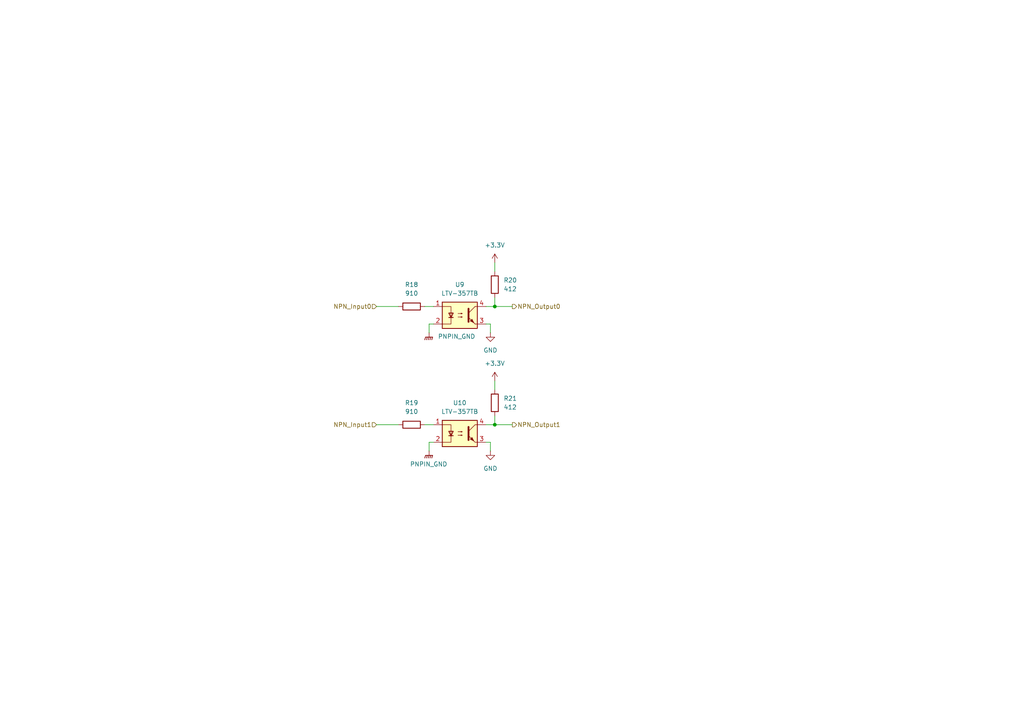
<source format=kicad_sch>
(kicad_sch (version 20250114) (generator "eeschema") (generator_version "9.0")
  (paper "A4")
  (lib_symbols
    (symbol "Device:R" (pin_numbers (hide yes)) (pin_names (offset 0))
      (property "Reference" "R" (at 2.032 0 90))
      (property "Value" "R" (at 0 0 90))
      (symbol "R_0_1"
        (rectangle (start -1.016 -2.54) (end 1.016 2.54) (stroke (width 0.254)))
      )
      (symbol "R_1_1"
        (pin passive line (at 0 3.81 270) (length 1.27) (name "~") (number "1"))
        (pin passive line (at 0 -3.81 90) (length 1.27) (name "~") (number "2"))
      )
    )
    (symbol "Isolator:LTV-357T" (pin_names (offset 1.016))
      (property "Reference" "U" (at -5.334 4.826 0))
      (property "Value" "LTV-357T" (at 0 5.08 0))
      (symbol "LTV-357T_0_1"
        (rectangle (start -5.08 3.81) (end 5.08 -3.81) (stroke (width 0.254)) (fill (type background)))
        (polyline (pts (xy -5.08 2.54) (xy -2.54 2.54) (xy -2.54 -0.762)))
        (polyline (pts (xy -3.175 -0.635) (xy -1.905 -0.635)) (stroke (width 0.254)))
        (polyline (pts (xy -2.54 -0.635) (xy -2.54 -2.54) (xy -5.08 -2.54)))
        (polyline (pts (xy -2.54 -0.635) (xy -3.175 0.635) (xy -1.905 0.635) (xy -2.54 -0.635)) (stroke (width 0.254)))
        (polyline (pts (xy -0.508 0.508) (xy 0.762 0.508) (xy 0.381 0.381) (xy 0.381 0.635) (xy 0.762 0.508)))
        (polyline (pts (xy -0.508 -0.508) (xy 0.762 -0.508) (xy 0.381 -0.635) (xy 0.381 -0.381) (xy 0.762 -0.508)))
        (polyline (pts (xy 2.54 1.905) (xy 2.54 -1.905) (xy 2.54 -1.905)) (stroke (width 0.508)))
        (polyline (pts (xy 2.54 0.635) (xy 4.445 2.54)))
        (polyline (pts (xy 3.048 -1.651) (xy 3.556 -1.143) (xy 4.064 -2.159) (xy 3.048 -1.651) (xy 3.048 -1.651)) (fill (type outline)))
        (polyline (pts (xy 4.445 2.54) (xy 5.08 2.54)))
        (polyline (pts (xy 4.445 -2.54) (xy 2.54 -0.635)) (fill (type outline)))
        (polyline (pts (xy 4.445 -2.54) (xy 5.08 -2.54)))
      )
      (symbol "LTV-357T_1_1"
        (pin passive line (at -7.62 2.54 0) (length 2.54) (name "~") (number "1"))
        (pin passive line (at -7.62 -2.54 0) (length 2.54) (name "~") (number "2"))
        (pin passive line (at 7.62 2.54 180) (length 2.54) (name "~") (number "4"))
        (pin passive line (at 7.62 -2.54 180) (length 2.54) (name "~") (number "3"))
      )
    )
    (symbol "power:+3.3V" (power) (pin_numbers (hide yes)) (pin_names (offset 0) (hide yes))
      (property "Value" "+3.3V" (at 0 3.556 0))
      (symbol "+3.3V_0_1"
        (polyline (pts (xy -0.762 1.27) (xy 0 2.54)))
        (polyline (pts (xy 0 2.54) (xy 0.762 1.27)))
        (polyline (pts (xy 0 0) (xy 0 2.54)))
      )
      (symbol "+3.3V_1_1"
        (pin power_in line (at 0 0 90) (length 0) (name "~") (number "1"))
      )
    )
    (symbol "power:GND" (power) (pin_numbers (hide yes)) (pin_names (offset 0) (hide yes))
      (property "Value" "GND" (at 0 -3.81 0))
      (symbol "GND_0_1"
        (polyline (pts (xy 0 0) (xy 0 -1.27) (xy 1.27 -1.27) (xy 0 -2.54) (xy -1.27 -1.27) (xy 0 -1.27)))
      )
      (symbol "GND_1_1"
        (pin power_in line (at 0 0 270) (length 0) (name "~") (number "1"))
      )
    )
    (symbol "power:GNDPWR" (power) (pin_numbers (hide yes)) (pin_names (offset 0) (hide yes))
      (property "Value" "GNDPWR" (at 0 -3.302 0))
      (symbol "GNDPWR_0_1"
        (polyline (pts (xy -1.016 -1.27) (xy -1.27 -2.032) (xy -1.27 -2.032)) (stroke (width 0.2032)))
        (polyline (pts (xy -0.508 -1.27) (xy -0.762 -2.032) (xy -0.762 -2.032)) (stroke (width 0.2032)))
        (polyline (pts (xy 0 -1.27) (xy 0 0)))
        (polyline (pts (xy 0 -1.27) (xy -0.254 -2.032) (xy -0.254 -2.032)) (stroke (width 0.2032)))
        (polyline (pts (xy 0.508 -1.27) (xy 0.254 -2.032) (xy 0.254 -2.032)) (stroke (width 0.2032)))
        (polyline (pts (xy 1.016 -1.27) (xy -1.016 -1.27) (xy -1.016 -1.27)) (stroke (width 0.2032)))
        (polyline (pts (xy 1.016 -1.27) (xy 0.762 -2.032) (xy 0.762 -2.032) (xy 0.762 -2.032)) (stroke (width 0.2032)))
      )
      (symbol "GNDPWR_1_1"
        (pin power_in line (at 0 0 270) (length 0) (name "~") (number "1"))
      )
    )
  )
  (junction (at 143.51 88.9))
  (junction (at 143.51 123.19))
  (wire (pts (xy 140.97 88.9) (xy 143.51 88.9)))
  (wire (pts (xy 123.19 88.9) (xy 125.73 88.9)))
  (wire (pts (xy 140.97 128.27) (xy 142.24 128.27)))
  (wire (pts (xy 124.46 93.98) (xy 125.73 93.98)))
  (wire (pts (xy 140.97 123.19) (xy 143.51 123.19)))
  (wire (pts (xy 143.51 88.9) (xy 143.51 86.36)))
  (wire (pts (xy 143.51 123.19) (xy 143.51 120.65)))
  (wire (pts (xy 124.46 128.27) (xy 125.73 128.27)))
  (wire (pts (xy 109.22 123.19) (xy 115.57 123.19)))
  (wire (pts (xy 123.19 123.19) (xy 125.73 123.19)))
  (wire (pts (xy 124.46 96.52) (xy 124.46 93.98)))
  (wire (pts (xy 142.24 96.52) (xy 142.24 93.98)))
  (wire (pts (xy 143.51 88.9) (xy 148.59 88.9)))
  (wire (pts (xy 109.22 88.9) (xy 115.57 88.9)))
  (wire (pts (xy 140.97 93.98) (xy 142.24 93.98)))
  (wire (pts (xy 143.51 76.2) (xy 143.51 78.74)))
  (wire (pts (xy 143.51 110.49) (xy 143.51 113.03)))
  (wire (pts (xy 142.24 130.81) (xy 142.24 128.27)))
  (wire (pts (xy 124.46 130.81) (xy 124.46 128.27)))
  (wire (pts (xy 143.51 123.19) (xy 148.59 123.19)))
  (hierarchical_label "NPN_Input0" (shape input) (at 109.22 88.9 180))
  (hierarchical_label "NPN_Output0" (shape output) (at 148.59 88.9 0))
  (hierarchical_label "NPN_Output1" (shape output) (at 148.59 123.19 0))
  (hierarchical_label "NPN_Input1" (shape input) (at 109.22 123.19 180))
  (symbol (lib_id "Device:R") (at 119.38 123.19 90) (unit 1)
    (property "Reference" "R19" (at 119.38 116.84 90))
    (property "Value" "910" (at 119.38 119.38 90))
    (property "Footprint" "Resistor_SMD:R_0603_1608Metric" (effects (hide yes)))
    (property "Description" "Resistor" (effects (hide yes)))
    (property "LCSC#" "C114670" (effects (hide yes)))
  )
  (symbol (lib_id "Device:R") (at 143.51 82.55 180) (unit 1)
    (property "Reference" "R20" (at 146.05 81.2799 0) (effects (justify right)))
    (property "Value" "412" (at 146.05 83.8199 0) (effects (justify right)))
    (property "Description" "Resistor" (effects (hide yes)))
  )
  (symbol (lib_id "power:GNDPWR") (at 124.46 96.52 0) (unit 1)
    (property "Reference" "#PWR022" (effects (hide yes)))
    (property "Value" "PNPIN_GND" (at 127 97.5867 0) (effects (justify left)))
    (property "Description" "Power symbol creates a global label with name \"GNDPWR\" , global ground" (effects (hide yes)))
  )
  (symbol (lib_id "Isolator:LTV-357T") (at 133.35 125.73 0) (unit 1)
    (property "Reference" "U10" (at 133.35 116.84 0))
    (property "Value" "LTV-357TB" (at 133.35 119.38 0))
    (property "Footprint" "Package_SO:SO-4_4.4x3.6mm_P2.54mm" (effects (hide yes)))
    (property "Datasheet" "https://www.buerklin.com/medias/sys_master/download/download/h91/ha0/8892020588574.pdf" (effects (hide yes)))
    (property "Description" "DC Optocoupler, Vce 35V, CTR 50%, SO-4" (effects (hide yes)))
  )
  (symbol (lib_id "power:+3.3V") (at 143.51 76.2 0) (unit 1)
    (property "Reference" "#PWR044" (effects (hide yes)))
    (property "Value" "+3.3V" (at 143.51 71.12 0))
    (property "Description" "Power symbol creates a global label with name \"+3.3V\"" (effects (hide yes)))
  )
  (symbol (lib_id "Isolator:LTV-357T") (at 133.35 91.44 0) (unit 1)
    (property "Reference" "U9" (at 133.35 82.55 0))
    (property "Value" "LTV-357TB" (at 133.35 85.09 0))
    (property "Footprint" "Package_SO:SO-4_4.4x3.6mm_P2.54mm" (effects (hide yes)))
    (property "Datasheet" "https://www.buerklin.com/medias/sys_master/download/download/h91/ha0/8892020588574.pdf" (effects (hide yes)))
    (property "Description" "DC Optocoupler, Vce 35V, CTR 50%, SO-4" (effects (hide yes)))
  )
  (symbol (lib_id "power:GND") (at 142.24 96.52 0) (unit 1)
    (property "Reference" "#PWR042" (effects (hide yes)))
    (property "Value" "GND" (at 142.24 101.6 0))
    (property "Description" "Power symbol creates a global label with name \"GND\" , ground" (effects (hide yes)))
  )
  (symbol (lib_id "Device:R") (at 143.51 116.84 180) (unit 1)
    (property "Reference" "R21" (at 146.05 115.5699 0) (effects (justify right)))
    (property "Value" "412" (at 146.05 118.1099 0) (effects (justify right)))
    (property "Description" "Resistor" (effects (hide yes)))
  )
  (symbol (lib_id "power:GNDPWR") (at 124.46 130.81 0) (unit 1)
    (property "Reference" "#PWR025" (effects (hide yes)))
    (property "Value" "PNPIN_GND" (at 124.333 134.62 0))
    (property "Description" "Power symbol creates a global label with name \"GNDPWR\" , global ground" (effects (hide yes)))
  )
  (symbol (lib_id "power:+3.3V") (at 143.51 110.49 0) (unit 1)
    (property "Reference" "#PWR045" (effects (hide yes)))
    (property "Value" "+3.3V" (at 143.51 105.41 0))
    (property "Description" "Power symbol creates a global label with name \"+3.3V\"" (effects (hide yes)))
  )
  (symbol (lib_id "power:GND") (at 142.24 130.81 0) (unit 1)
    (property "Reference" "#PWR043" (effects (hide yes)))
    (property "Value" "GND" (at 142.24 135.89 0))
    (property "Description" "Power symbol creates a global label with name \"GND\" , ground" (effects (hide yes)))
  )
  (symbol (lib_id "Device:R") (at 119.38 88.9 90) (unit 1)
    (property "Reference" "R18" (at 119.38 82.55 90))
    (property "Value" "910" (at 119.38 85.09 90))
    (property "Footprint" "Resistor_SMD:R_0603_1608Metric" (effects (hide yes)))
    (property "Description" "Resistor" (effects (hide yes)))
    (property "LCSC#" "C114670" (effects (hide yes)))
  )
)
</source>
